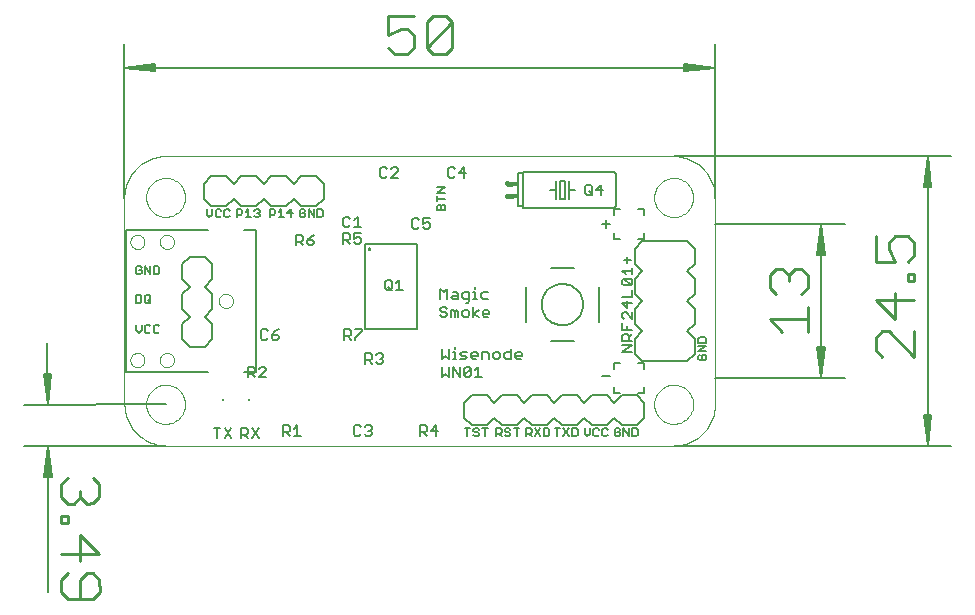
<source format=gto>
G75*
G70*
%OFA0B0*%
%FSLAX24Y24*%
%IPPOS*%
%LPD*%
%AMOC8*
5,1,8,0,0,1.08239X$1,22.5*
%
%ADD10C,0.0000*%
%ADD11C,0.0050*%
%ADD12C,0.0060*%
%ADD13C,0.0051*%
%ADD14C,0.0110*%
%ADD15C,0.0080*%
%ADD16R,0.0079X0.0079*%
%ADD17C,0.0160*%
%ADD18R,0.0230X0.0160*%
D10*
X004848Y006033D02*
X004851Y006033D01*
X021780Y006033D01*
X021784Y006033D01*
X021134Y007407D02*
X021136Y007457D01*
X021142Y007507D01*
X021152Y007557D01*
X021165Y007605D01*
X021182Y007653D01*
X021203Y007699D01*
X021227Y007743D01*
X021255Y007785D01*
X021286Y007825D01*
X021320Y007862D01*
X021357Y007897D01*
X021396Y007928D01*
X021437Y007957D01*
X021481Y007982D01*
X021527Y008004D01*
X021574Y008022D01*
X021622Y008036D01*
X021671Y008047D01*
X021721Y008054D01*
X021771Y008057D01*
X021822Y008056D01*
X021872Y008051D01*
X021922Y008042D01*
X021970Y008030D01*
X022018Y008013D01*
X022064Y007993D01*
X022109Y007970D01*
X022152Y007943D01*
X022192Y007913D01*
X022230Y007880D01*
X022265Y007844D01*
X022298Y007805D01*
X022327Y007764D01*
X022353Y007721D01*
X022376Y007676D01*
X022395Y007629D01*
X022410Y007581D01*
X022422Y007532D01*
X022430Y007482D01*
X022434Y007432D01*
X022434Y007382D01*
X022430Y007332D01*
X022422Y007282D01*
X022410Y007233D01*
X022395Y007185D01*
X022376Y007138D01*
X022353Y007093D01*
X022327Y007050D01*
X022298Y007009D01*
X022265Y006970D01*
X022230Y006934D01*
X022192Y006901D01*
X022152Y006871D01*
X022109Y006844D01*
X022064Y006821D01*
X022018Y006801D01*
X021970Y006784D01*
X021922Y006772D01*
X021872Y006763D01*
X021822Y006758D01*
X021771Y006757D01*
X021721Y006760D01*
X021671Y006767D01*
X021622Y006778D01*
X021574Y006792D01*
X021527Y006810D01*
X021481Y006832D01*
X021437Y006857D01*
X021396Y006886D01*
X021357Y006917D01*
X021320Y006952D01*
X021286Y006989D01*
X021255Y007029D01*
X021227Y007071D01*
X021203Y007115D01*
X021182Y007161D01*
X021165Y007209D01*
X021152Y007257D01*
X021142Y007307D01*
X021136Y007357D01*
X021134Y007407D01*
X021780Y006033D02*
X021852Y006035D01*
X021924Y006041D01*
X021996Y006050D01*
X022067Y006063D01*
X022137Y006080D01*
X022206Y006100D01*
X022274Y006125D01*
X022340Y006152D01*
X022406Y006183D01*
X022469Y006218D01*
X022531Y006255D01*
X022590Y006296D01*
X022647Y006340D01*
X022702Y006387D01*
X022754Y006437D01*
X022804Y006489D01*
X022851Y006544D01*
X022895Y006601D01*
X022936Y006660D01*
X022973Y006722D01*
X023008Y006785D01*
X023039Y006851D01*
X023066Y006917D01*
X023091Y006985D01*
X023111Y007054D01*
X023128Y007124D01*
X023141Y007195D01*
X023150Y007267D01*
X023156Y007339D01*
X023158Y007411D01*
X023158Y014300D01*
X023158Y014307D01*
X021130Y014300D02*
X021132Y014350D01*
X021138Y014400D01*
X021148Y014450D01*
X021161Y014498D01*
X021178Y014546D01*
X021199Y014592D01*
X021223Y014636D01*
X021251Y014678D01*
X021282Y014718D01*
X021316Y014755D01*
X021353Y014790D01*
X021392Y014821D01*
X021433Y014850D01*
X021477Y014875D01*
X021523Y014897D01*
X021570Y014915D01*
X021618Y014929D01*
X021667Y014940D01*
X021717Y014947D01*
X021767Y014950D01*
X021818Y014949D01*
X021868Y014944D01*
X021918Y014935D01*
X021966Y014923D01*
X022014Y014906D01*
X022060Y014886D01*
X022105Y014863D01*
X022148Y014836D01*
X022188Y014806D01*
X022226Y014773D01*
X022261Y014737D01*
X022294Y014698D01*
X022323Y014657D01*
X022349Y014614D01*
X022372Y014569D01*
X022391Y014522D01*
X022406Y014474D01*
X022418Y014425D01*
X022426Y014375D01*
X022430Y014325D01*
X022430Y014275D01*
X022426Y014225D01*
X022418Y014175D01*
X022406Y014126D01*
X022391Y014078D01*
X022372Y014031D01*
X022349Y013986D01*
X022323Y013943D01*
X022294Y013902D01*
X022261Y013863D01*
X022226Y013827D01*
X022188Y013794D01*
X022148Y013764D01*
X022105Y013737D01*
X022060Y013714D01*
X022014Y013694D01*
X021966Y013677D01*
X021918Y013665D01*
X021868Y013656D01*
X021818Y013651D01*
X021767Y013650D01*
X021717Y013653D01*
X021667Y013660D01*
X021618Y013671D01*
X021570Y013685D01*
X021523Y013703D01*
X021477Y013725D01*
X021433Y013750D01*
X021392Y013779D01*
X021353Y013810D01*
X021316Y013845D01*
X021282Y013882D01*
X021251Y013922D01*
X021223Y013964D01*
X021199Y014008D01*
X021178Y014054D01*
X021161Y014102D01*
X021148Y014150D01*
X021138Y014200D01*
X021132Y014250D01*
X021130Y014300D01*
X021780Y015678D02*
X021852Y015676D01*
X021924Y015670D01*
X021996Y015661D01*
X022067Y015648D01*
X022137Y015631D01*
X022206Y015611D01*
X022274Y015586D01*
X022340Y015559D01*
X022406Y015528D01*
X022469Y015493D01*
X022531Y015456D01*
X022590Y015415D01*
X022647Y015371D01*
X022702Y015324D01*
X022754Y015274D01*
X022804Y015222D01*
X022851Y015167D01*
X022895Y015110D01*
X022936Y015051D01*
X022973Y014989D01*
X023008Y014926D01*
X023039Y014860D01*
X023066Y014794D01*
X023091Y014726D01*
X023111Y014657D01*
X023128Y014587D01*
X023141Y014516D01*
X023150Y014444D01*
X023156Y014372D01*
X023158Y014300D01*
X021784Y015678D02*
X021780Y015678D01*
X004851Y015678D01*
X004198Y014304D02*
X004200Y014354D01*
X004206Y014404D01*
X004216Y014454D01*
X004229Y014502D01*
X004246Y014550D01*
X004267Y014596D01*
X004291Y014640D01*
X004319Y014682D01*
X004350Y014722D01*
X004384Y014759D01*
X004421Y014794D01*
X004460Y014825D01*
X004501Y014854D01*
X004545Y014879D01*
X004591Y014901D01*
X004638Y014919D01*
X004686Y014933D01*
X004735Y014944D01*
X004785Y014951D01*
X004835Y014954D01*
X004886Y014953D01*
X004936Y014948D01*
X004986Y014939D01*
X005034Y014927D01*
X005082Y014910D01*
X005128Y014890D01*
X005173Y014867D01*
X005216Y014840D01*
X005256Y014810D01*
X005294Y014777D01*
X005329Y014741D01*
X005362Y014702D01*
X005391Y014661D01*
X005417Y014618D01*
X005440Y014573D01*
X005459Y014526D01*
X005474Y014478D01*
X005486Y014429D01*
X005494Y014379D01*
X005498Y014329D01*
X005498Y014279D01*
X005494Y014229D01*
X005486Y014179D01*
X005474Y014130D01*
X005459Y014082D01*
X005440Y014035D01*
X005417Y013990D01*
X005391Y013947D01*
X005362Y013906D01*
X005329Y013867D01*
X005294Y013831D01*
X005256Y013798D01*
X005216Y013768D01*
X005173Y013741D01*
X005128Y013718D01*
X005082Y013698D01*
X005034Y013681D01*
X004986Y013669D01*
X004936Y013660D01*
X004886Y013655D01*
X004835Y013654D01*
X004785Y013657D01*
X004735Y013664D01*
X004686Y013675D01*
X004638Y013689D01*
X004591Y013707D01*
X004545Y013729D01*
X004501Y013754D01*
X004460Y013783D01*
X004421Y013814D01*
X004384Y013849D01*
X004350Y013886D01*
X004319Y013926D01*
X004291Y013968D01*
X004267Y014012D01*
X004246Y014058D01*
X004229Y014106D01*
X004216Y014154D01*
X004206Y014204D01*
X004200Y014254D01*
X004198Y014304D01*
X003473Y014300D02*
X003475Y014372D01*
X003481Y014444D01*
X003490Y014516D01*
X003503Y014587D01*
X003520Y014657D01*
X003540Y014726D01*
X003565Y014794D01*
X003592Y014860D01*
X003623Y014926D01*
X003658Y014989D01*
X003695Y015051D01*
X003736Y015110D01*
X003780Y015167D01*
X003827Y015222D01*
X003877Y015274D01*
X003929Y015324D01*
X003984Y015371D01*
X004041Y015415D01*
X004100Y015456D01*
X004162Y015493D01*
X004225Y015528D01*
X004291Y015559D01*
X004357Y015586D01*
X004425Y015611D01*
X004494Y015631D01*
X004564Y015648D01*
X004635Y015661D01*
X004707Y015670D01*
X004779Y015676D01*
X004851Y015678D01*
X003473Y014304D02*
X003473Y014300D01*
X003473Y007450D01*
X003473Y007407D01*
X004198Y007407D02*
X004200Y007457D01*
X004206Y007507D01*
X004216Y007557D01*
X004229Y007605D01*
X004246Y007653D01*
X004267Y007699D01*
X004291Y007743D01*
X004319Y007785D01*
X004350Y007825D01*
X004384Y007862D01*
X004421Y007897D01*
X004460Y007928D01*
X004501Y007957D01*
X004545Y007982D01*
X004591Y008004D01*
X004638Y008022D01*
X004686Y008036D01*
X004735Y008047D01*
X004785Y008054D01*
X004835Y008057D01*
X004886Y008056D01*
X004936Y008051D01*
X004986Y008042D01*
X005034Y008030D01*
X005082Y008013D01*
X005128Y007993D01*
X005173Y007970D01*
X005216Y007943D01*
X005256Y007913D01*
X005294Y007880D01*
X005329Y007844D01*
X005362Y007805D01*
X005391Y007764D01*
X005417Y007721D01*
X005440Y007676D01*
X005459Y007629D01*
X005474Y007581D01*
X005486Y007532D01*
X005494Y007482D01*
X005498Y007432D01*
X005498Y007382D01*
X005494Y007332D01*
X005486Y007282D01*
X005474Y007233D01*
X005459Y007185D01*
X005440Y007138D01*
X005417Y007093D01*
X005391Y007050D01*
X005362Y007009D01*
X005329Y006970D01*
X005294Y006934D01*
X005256Y006901D01*
X005216Y006871D01*
X005173Y006844D01*
X005128Y006821D01*
X005082Y006801D01*
X005034Y006784D01*
X004986Y006772D01*
X004936Y006763D01*
X004886Y006758D01*
X004835Y006757D01*
X004785Y006760D01*
X004735Y006767D01*
X004686Y006778D01*
X004638Y006792D01*
X004591Y006810D01*
X004545Y006832D01*
X004501Y006857D01*
X004460Y006886D01*
X004421Y006917D01*
X004384Y006952D01*
X004350Y006989D01*
X004319Y007029D01*
X004291Y007071D01*
X004267Y007115D01*
X004246Y007161D01*
X004229Y007209D01*
X004216Y007257D01*
X004206Y007307D01*
X004200Y007357D01*
X004198Y007407D01*
X003473Y007450D02*
X003474Y007377D01*
X003479Y007303D01*
X003487Y007231D01*
X003500Y007159D01*
X003516Y007087D01*
X003535Y007017D01*
X003559Y006947D01*
X003586Y006879D01*
X003617Y006813D01*
X003651Y006748D01*
X003688Y006685D01*
X003729Y006624D01*
X003772Y006566D01*
X003819Y006509D01*
X003869Y006455D01*
X003921Y006404D01*
X003976Y006356D01*
X004033Y006311D01*
X004093Y006268D01*
X004155Y006229D01*
X004219Y006193D01*
X004284Y006161D01*
X004352Y006132D01*
X004420Y006107D01*
X004490Y006085D01*
X004561Y006067D01*
X004633Y006052D01*
X004705Y006042D01*
X004778Y006035D01*
X004851Y006032D01*
X004655Y008883D02*
X004657Y008913D01*
X004663Y008943D01*
X004672Y008972D01*
X004685Y008999D01*
X004702Y009024D01*
X004721Y009047D01*
X004744Y009068D01*
X004769Y009085D01*
X004795Y009099D01*
X004824Y009109D01*
X004853Y009116D01*
X004883Y009119D01*
X004914Y009118D01*
X004944Y009113D01*
X004973Y009104D01*
X005000Y009092D01*
X005026Y009077D01*
X005050Y009058D01*
X005071Y009036D01*
X005089Y009012D01*
X005104Y008985D01*
X005115Y008957D01*
X005123Y008928D01*
X005127Y008898D01*
X005127Y008868D01*
X005123Y008838D01*
X005115Y008809D01*
X005104Y008781D01*
X005089Y008754D01*
X005071Y008730D01*
X005050Y008708D01*
X005026Y008689D01*
X005000Y008674D01*
X004973Y008662D01*
X004944Y008653D01*
X004914Y008648D01*
X004883Y008647D01*
X004853Y008650D01*
X004824Y008657D01*
X004795Y008667D01*
X004769Y008681D01*
X004744Y008698D01*
X004721Y008719D01*
X004702Y008742D01*
X004685Y008767D01*
X004672Y008794D01*
X004663Y008823D01*
X004657Y008853D01*
X004655Y008883D01*
X003670Y008883D02*
X003672Y008913D01*
X003678Y008943D01*
X003687Y008972D01*
X003700Y008999D01*
X003717Y009024D01*
X003736Y009047D01*
X003759Y009068D01*
X003784Y009085D01*
X003810Y009099D01*
X003839Y009109D01*
X003868Y009116D01*
X003898Y009119D01*
X003929Y009118D01*
X003959Y009113D01*
X003988Y009104D01*
X004015Y009092D01*
X004041Y009077D01*
X004065Y009058D01*
X004086Y009036D01*
X004104Y009012D01*
X004119Y008985D01*
X004130Y008957D01*
X004138Y008928D01*
X004142Y008898D01*
X004142Y008868D01*
X004138Y008838D01*
X004130Y008809D01*
X004119Y008781D01*
X004104Y008754D01*
X004086Y008730D01*
X004065Y008708D01*
X004041Y008689D01*
X004015Y008674D01*
X003988Y008662D01*
X003959Y008653D01*
X003929Y008648D01*
X003898Y008647D01*
X003868Y008650D01*
X003839Y008657D01*
X003810Y008667D01*
X003784Y008681D01*
X003759Y008698D01*
X003736Y008719D01*
X003717Y008742D01*
X003700Y008767D01*
X003687Y008794D01*
X003678Y008823D01*
X003672Y008853D01*
X003670Y008883D01*
X006623Y010852D02*
X006625Y010882D01*
X006631Y010912D01*
X006640Y010941D01*
X006653Y010968D01*
X006670Y010993D01*
X006689Y011016D01*
X006712Y011037D01*
X006737Y011054D01*
X006763Y011068D01*
X006792Y011078D01*
X006821Y011085D01*
X006851Y011088D01*
X006882Y011087D01*
X006912Y011082D01*
X006941Y011073D01*
X006968Y011061D01*
X006994Y011046D01*
X007018Y011027D01*
X007039Y011005D01*
X007057Y010981D01*
X007072Y010954D01*
X007083Y010926D01*
X007091Y010897D01*
X007095Y010867D01*
X007095Y010837D01*
X007091Y010807D01*
X007083Y010778D01*
X007072Y010750D01*
X007057Y010723D01*
X007039Y010699D01*
X007018Y010677D01*
X006994Y010658D01*
X006968Y010643D01*
X006941Y010631D01*
X006912Y010622D01*
X006882Y010617D01*
X006851Y010616D01*
X006821Y010619D01*
X006792Y010626D01*
X006763Y010636D01*
X006737Y010650D01*
X006712Y010667D01*
X006689Y010688D01*
X006670Y010711D01*
X006653Y010736D01*
X006640Y010763D01*
X006631Y010792D01*
X006625Y010822D01*
X006623Y010852D01*
X004655Y012820D02*
X004657Y012850D01*
X004663Y012880D01*
X004672Y012909D01*
X004685Y012936D01*
X004702Y012961D01*
X004721Y012984D01*
X004744Y013005D01*
X004769Y013022D01*
X004795Y013036D01*
X004824Y013046D01*
X004853Y013053D01*
X004883Y013056D01*
X004914Y013055D01*
X004944Y013050D01*
X004973Y013041D01*
X005000Y013029D01*
X005026Y013014D01*
X005050Y012995D01*
X005071Y012973D01*
X005089Y012949D01*
X005104Y012922D01*
X005115Y012894D01*
X005123Y012865D01*
X005127Y012835D01*
X005127Y012805D01*
X005123Y012775D01*
X005115Y012746D01*
X005104Y012718D01*
X005089Y012691D01*
X005071Y012667D01*
X005050Y012645D01*
X005026Y012626D01*
X005000Y012611D01*
X004973Y012599D01*
X004944Y012590D01*
X004914Y012585D01*
X004883Y012584D01*
X004853Y012587D01*
X004824Y012594D01*
X004795Y012604D01*
X004769Y012618D01*
X004744Y012635D01*
X004721Y012656D01*
X004702Y012679D01*
X004685Y012704D01*
X004672Y012731D01*
X004663Y012760D01*
X004657Y012790D01*
X004655Y012820D01*
X003670Y012820D02*
X003672Y012850D01*
X003678Y012880D01*
X003687Y012909D01*
X003700Y012936D01*
X003717Y012961D01*
X003736Y012984D01*
X003759Y013005D01*
X003784Y013022D01*
X003810Y013036D01*
X003839Y013046D01*
X003868Y013053D01*
X003898Y013056D01*
X003929Y013055D01*
X003959Y013050D01*
X003988Y013041D01*
X004015Y013029D01*
X004041Y013014D01*
X004065Y012995D01*
X004086Y012973D01*
X004104Y012949D01*
X004119Y012922D01*
X004130Y012894D01*
X004138Y012865D01*
X004142Y012835D01*
X004142Y012805D01*
X004138Y012775D01*
X004130Y012746D01*
X004119Y012718D01*
X004104Y012691D01*
X004086Y012667D01*
X004065Y012645D01*
X004041Y012626D01*
X004015Y012611D01*
X003988Y012599D01*
X003959Y012590D01*
X003929Y012585D01*
X003898Y012584D01*
X003868Y012587D01*
X003839Y012594D01*
X003810Y012604D01*
X003784Y012618D01*
X003759Y012635D01*
X003736Y012656D01*
X003717Y012679D01*
X003700Y012704D01*
X003687Y012731D01*
X003678Y012760D01*
X003672Y012790D01*
X003670Y012820D01*
D11*
X003909Y012008D02*
X003864Y011963D01*
X003864Y011783D01*
X003909Y011738D01*
X004000Y011738D01*
X004045Y011783D01*
X004045Y011873D01*
X003954Y011873D01*
X004045Y011963D02*
X004000Y012008D01*
X003909Y012008D01*
X004159Y012008D02*
X004339Y011738D01*
X004339Y012008D01*
X004454Y012008D02*
X004589Y012008D01*
X004634Y011963D01*
X004634Y011783D01*
X004589Y011738D01*
X004454Y011738D01*
X004454Y012008D01*
X004159Y012008D02*
X004159Y011738D01*
X004199Y011058D02*
X004289Y011058D01*
X004334Y011013D01*
X004334Y010833D01*
X004289Y010788D01*
X004199Y010788D01*
X004154Y010833D01*
X004154Y011013D01*
X004199Y011058D01*
X004039Y011013D02*
X004039Y010833D01*
X003994Y010788D01*
X003859Y010788D01*
X003859Y011058D01*
X003994Y011058D01*
X004039Y011013D01*
X004244Y010878D02*
X004334Y010788D01*
X004294Y010058D02*
X004204Y010058D01*
X004159Y010013D01*
X004159Y009833D01*
X004204Y009788D01*
X004294Y009788D01*
X004339Y009833D01*
X004454Y009833D02*
X004454Y010013D01*
X004499Y010058D01*
X004589Y010058D01*
X004634Y010013D01*
X004634Y009833D02*
X004589Y009788D01*
X004499Y009788D01*
X004454Y009833D01*
X004339Y010013D02*
X004294Y010058D01*
X004045Y010058D02*
X004045Y009878D01*
X003954Y009788D01*
X003864Y009878D01*
X003864Y010058D01*
X006308Y013638D02*
X006218Y013728D01*
X006218Y013908D01*
X006398Y013908D02*
X006398Y013728D01*
X006308Y013638D01*
X006512Y013683D02*
X006557Y013638D01*
X006647Y013638D01*
X006692Y013683D01*
X006807Y013683D02*
X006852Y013638D01*
X006942Y013638D01*
X006987Y013683D01*
X006987Y013863D02*
X006942Y013908D01*
X006852Y013908D01*
X006807Y013863D01*
X006807Y013683D01*
X006692Y013863D02*
X006647Y013908D01*
X006557Y013908D01*
X006512Y013863D01*
X006512Y013683D01*
X007218Y013728D02*
X007353Y013728D01*
X007398Y013773D01*
X007398Y013863D01*
X007353Y013908D01*
X007218Y013908D01*
X007218Y013638D01*
X007512Y013638D02*
X007692Y013638D01*
X007602Y013638D02*
X007602Y013908D01*
X007512Y013818D01*
X007807Y013863D02*
X007852Y013908D01*
X007942Y013908D01*
X007987Y013863D01*
X007987Y013818D01*
X007942Y013773D01*
X007987Y013728D01*
X007987Y013683D01*
X007942Y013638D01*
X007852Y013638D01*
X007807Y013683D01*
X007897Y013773D02*
X007942Y013773D01*
X008318Y013728D02*
X008453Y013728D01*
X008498Y013773D01*
X008498Y013863D01*
X008453Y013908D01*
X008318Y013908D01*
X008318Y013638D01*
X008612Y013638D02*
X008792Y013638D01*
X008702Y013638D02*
X008702Y013908D01*
X008612Y013818D01*
X008907Y013773D02*
X009087Y013773D01*
X009042Y013638D02*
X009042Y013908D01*
X008907Y013773D01*
X009318Y013863D02*
X009318Y013683D01*
X009363Y013638D01*
X009453Y013638D01*
X009498Y013683D01*
X009498Y013773D01*
X009408Y013773D01*
X009498Y013863D02*
X009453Y013908D01*
X009363Y013908D01*
X009318Y013863D01*
X009612Y013908D02*
X009612Y013638D01*
X009792Y013638D02*
X009612Y013908D01*
X009792Y013908D02*
X009792Y013638D01*
X009907Y013638D02*
X010042Y013638D01*
X010087Y013683D01*
X010087Y013863D01*
X010042Y013908D01*
X009907Y013908D01*
X009907Y013638D01*
X011507Y012740D02*
X011507Y009925D01*
X013240Y009925D01*
X013240Y012740D01*
X011507Y012740D01*
X011625Y012583D02*
X011627Y012591D01*
X011632Y012598D01*
X011639Y012602D01*
X011647Y012603D01*
X011655Y012600D01*
X011661Y012595D01*
X011665Y012587D01*
X011665Y012579D01*
X011661Y012571D01*
X011655Y012566D01*
X011647Y012563D01*
X011639Y012564D01*
X011632Y012568D01*
X011627Y012575D01*
X011625Y012583D01*
X013898Y013874D02*
X013898Y014009D01*
X013943Y014054D01*
X013988Y014054D01*
X014033Y014009D01*
X014033Y013874D01*
X014033Y014009D02*
X014078Y014054D01*
X014123Y014054D01*
X014168Y014009D01*
X014168Y013874D01*
X013898Y013874D01*
X013898Y014168D02*
X013898Y014348D01*
X013898Y014258D02*
X014168Y014258D01*
X014168Y014463D02*
X013898Y014463D01*
X014168Y014643D01*
X013898Y014643D01*
X022598Y009598D02*
X022598Y009463D01*
X022868Y009463D01*
X022868Y009598D01*
X022823Y009643D01*
X022643Y009643D01*
X022598Y009598D01*
X022598Y009348D02*
X022868Y009348D01*
X022598Y009168D01*
X022868Y009168D01*
X022823Y009054D02*
X022733Y009054D01*
X022733Y008964D01*
X022643Y009054D02*
X022598Y009009D01*
X022598Y008919D01*
X022643Y008874D01*
X022823Y008874D01*
X022868Y008919D01*
X022868Y009009D01*
X022823Y009054D01*
X020539Y006608D02*
X020404Y006608D01*
X020404Y006338D01*
X020539Y006338D01*
X020584Y006383D01*
X020584Y006563D01*
X020539Y006608D01*
X020289Y006608D02*
X020289Y006338D01*
X020109Y006608D01*
X020109Y006338D01*
X019995Y006383D02*
X019995Y006473D01*
X019904Y006473D01*
X019814Y006563D02*
X019814Y006383D01*
X019859Y006338D01*
X019950Y006338D01*
X019995Y006383D01*
X019995Y006563D02*
X019950Y006608D01*
X019859Y006608D01*
X019814Y006563D01*
X019584Y006563D02*
X019539Y006608D01*
X019449Y006608D01*
X019404Y006563D01*
X019404Y006383D01*
X019449Y006338D01*
X019539Y006338D01*
X019584Y006383D01*
X019289Y006383D02*
X019244Y006338D01*
X019154Y006338D01*
X019109Y006383D01*
X019109Y006563D01*
X019154Y006608D01*
X019244Y006608D01*
X019289Y006563D01*
X018995Y006608D02*
X018995Y006428D01*
X018904Y006338D01*
X018814Y006428D01*
X018814Y006608D01*
X018584Y006563D02*
X018584Y006383D01*
X018539Y006338D01*
X018404Y006338D01*
X018404Y006608D01*
X018539Y006608D01*
X018584Y006563D01*
X018289Y006608D02*
X018109Y006338D01*
X018289Y006338D02*
X018109Y006608D01*
X017995Y006608D02*
X017814Y006608D01*
X017904Y006608D02*
X017904Y006338D01*
X017634Y006383D02*
X017634Y006563D01*
X017589Y006608D01*
X017454Y006608D01*
X017454Y006338D01*
X017589Y006338D01*
X017634Y006383D01*
X017339Y006338D02*
X017159Y006608D01*
X017045Y006563D02*
X017045Y006473D01*
X017000Y006428D01*
X016864Y006428D01*
X016864Y006338D02*
X016864Y006608D01*
X017000Y006608D01*
X017045Y006563D01*
X016954Y006428D02*
X017045Y006338D01*
X017159Y006338D02*
X017339Y006608D01*
X016634Y006608D02*
X016454Y006608D01*
X016544Y006608D02*
X016544Y006338D01*
X016339Y006383D02*
X016294Y006338D01*
X016204Y006338D01*
X016159Y006383D01*
X016204Y006473D02*
X016159Y006518D01*
X016159Y006563D01*
X016204Y006608D01*
X016294Y006608D01*
X016339Y006563D01*
X016294Y006473D02*
X016339Y006428D01*
X016339Y006383D01*
X016294Y006473D02*
X016204Y006473D01*
X016045Y006473D02*
X016045Y006563D01*
X016000Y006608D01*
X015864Y006608D01*
X015864Y006338D01*
X015864Y006428D02*
X016000Y006428D01*
X016045Y006473D01*
X015954Y006428D02*
X016045Y006338D01*
X015584Y006608D02*
X015404Y006608D01*
X015494Y006608D02*
X015494Y006338D01*
X015289Y006383D02*
X015244Y006338D01*
X015154Y006338D01*
X015109Y006383D01*
X015154Y006473D02*
X015244Y006473D01*
X015289Y006428D01*
X015289Y006383D01*
X015154Y006473D02*
X015109Y006518D01*
X015109Y006563D01*
X015154Y006608D01*
X015244Y006608D01*
X015289Y006563D01*
X014995Y006608D02*
X014814Y006608D01*
X014904Y006608D02*
X014904Y006338D01*
D12*
X013912Y006533D02*
X013685Y006533D01*
X013855Y006703D01*
X013855Y006363D01*
X013544Y006363D02*
X013430Y006476D01*
X013487Y006476D02*
X013317Y006476D01*
X013317Y006363D02*
X013317Y006703D01*
X013487Y006703D01*
X013544Y006646D01*
X013544Y006533D01*
X013487Y006476D01*
X011712Y006476D02*
X011712Y006419D01*
X011655Y006363D01*
X011542Y006363D01*
X011485Y006419D01*
X011344Y006419D02*
X011287Y006363D01*
X011173Y006363D01*
X011117Y006419D01*
X011117Y006646D01*
X011173Y006703D01*
X011287Y006703D01*
X011344Y006646D01*
X011485Y006646D02*
X011542Y006703D01*
X011655Y006703D01*
X011712Y006646D01*
X011712Y006590D01*
X011655Y006533D01*
X011712Y006476D01*
X011655Y006533D02*
X011598Y006533D01*
X009355Y006362D02*
X009128Y006362D01*
X009242Y006362D02*
X009242Y006703D01*
X009128Y006589D01*
X008987Y006532D02*
X008930Y006476D01*
X008760Y006476D01*
X008873Y006476D02*
X008987Y006362D01*
X008987Y006532D02*
X008987Y006646D01*
X008930Y006703D01*
X008760Y006703D01*
X008760Y006362D01*
X007956Y006272D02*
X007730Y006612D01*
X007588Y006556D02*
X007588Y006442D01*
X007531Y006386D01*
X007361Y006386D01*
X007475Y006386D02*
X007588Y006272D01*
X007730Y006272D02*
X007956Y006612D01*
X007588Y006556D02*
X007531Y006612D01*
X007361Y006612D01*
X007361Y006272D01*
X007038Y006272D02*
X006811Y006612D01*
X006670Y006612D02*
X006443Y006612D01*
X006557Y006612D02*
X006557Y006272D01*
X006811Y006272D02*
X007038Y006612D01*
X007601Y008310D02*
X007601Y008650D01*
X007771Y008650D01*
X007828Y008593D01*
X007828Y008480D01*
X007771Y008423D01*
X007601Y008423D01*
X007714Y008423D02*
X007828Y008310D01*
X007969Y008310D02*
X008196Y008537D01*
X008196Y008593D01*
X008139Y008650D01*
X008026Y008650D01*
X007969Y008593D01*
X007969Y008310D02*
X008196Y008310D01*
X008187Y009563D02*
X008073Y009563D01*
X008017Y009619D01*
X008017Y009846D01*
X008073Y009903D01*
X008187Y009903D01*
X008244Y009846D01*
X008385Y009733D02*
X008555Y009733D01*
X008612Y009676D01*
X008612Y009619D01*
X008555Y009563D01*
X008442Y009563D01*
X008385Y009619D01*
X008385Y009733D01*
X008498Y009846D01*
X008612Y009903D01*
X008244Y009619D02*
X008187Y009563D01*
X010803Y009563D02*
X010803Y009903D01*
X010974Y009903D01*
X011030Y009846D01*
X011030Y009733D01*
X010974Y009676D01*
X010803Y009676D01*
X010917Y009676D02*
X011030Y009563D01*
X011172Y009563D02*
X011172Y009619D01*
X011399Y009846D01*
X011399Y009903D01*
X011172Y009903D01*
X011503Y009103D02*
X011674Y009103D01*
X011730Y009046D01*
X011730Y008933D01*
X011674Y008876D01*
X011503Y008876D01*
X011503Y008763D02*
X011503Y009103D01*
X011617Y008876D02*
X011730Y008763D01*
X011872Y008819D02*
X011928Y008763D01*
X012042Y008763D01*
X012099Y008819D01*
X012099Y008876D01*
X012042Y008933D01*
X011985Y008933D01*
X012042Y008933D02*
X012099Y008990D01*
X012099Y009046D01*
X012042Y009103D01*
X011928Y009103D01*
X011872Y009046D01*
X014003Y010369D02*
X014060Y010313D01*
X014174Y010313D01*
X014230Y010369D01*
X014230Y010426D01*
X014174Y010483D01*
X014060Y010483D01*
X014003Y010540D01*
X014003Y010596D01*
X014060Y010653D01*
X014174Y010653D01*
X014230Y010596D01*
X014372Y010540D02*
X014372Y010313D01*
X014485Y010313D02*
X014485Y010483D01*
X014542Y010540D01*
X014599Y010483D01*
X014599Y010313D01*
X014740Y010369D02*
X014740Y010483D01*
X014797Y010540D01*
X014910Y010540D01*
X014967Y010483D01*
X014967Y010369D01*
X014910Y010313D01*
X014797Y010313D01*
X014740Y010369D01*
X014485Y010483D02*
X014428Y010540D01*
X014372Y010540D01*
X014853Y010799D02*
X014910Y010799D01*
X014967Y010856D01*
X014967Y011140D01*
X014797Y011140D01*
X014740Y011083D01*
X014740Y010969D01*
X014797Y010913D01*
X014967Y010913D01*
X015108Y010913D02*
X015222Y010913D01*
X015165Y010913D02*
X015165Y011140D01*
X015108Y011140D01*
X015165Y011253D02*
X015165Y011310D01*
X015354Y011083D02*
X015354Y010969D01*
X015411Y010913D01*
X015581Y010913D01*
X015581Y011140D02*
X015411Y011140D01*
X015354Y011083D01*
X015108Y010653D02*
X015108Y010313D01*
X015108Y010426D02*
X015278Y010540D01*
X015415Y010483D02*
X015472Y010540D01*
X015585Y010540D01*
X015642Y010483D01*
X015642Y010426D01*
X015415Y010426D01*
X015415Y010369D02*
X015415Y010483D01*
X015415Y010369D02*
X015472Y010313D01*
X015585Y010313D01*
X015278Y010313D02*
X015108Y010426D01*
X014599Y010913D02*
X014428Y010913D01*
X014372Y010969D01*
X014428Y011026D01*
X014599Y011026D01*
X014599Y011083D02*
X014599Y010913D01*
X014599Y011083D02*
X014542Y011140D01*
X014428Y011140D01*
X014230Y011253D02*
X014230Y010913D01*
X014003Y010913D02*
X014003Y011253D01*
X014117Y011140D01*
X014230Y011253D01*
X012754Y011214D02*
X012528Y011214D01*
X012641Y011214D02*
X012641Y011554D01*
X012528Y011441D01*
X012386Y011498D02*
X012386Y011271D01*
X012329Y011214D01*
X012216Y011214D01*
X012159Y011271D01*
X012159Y011498D01*
X012216Y011554D01*
X012329Y011554D01*
X012386Y011498D01*
X012273Y011328D02*
X012386Y011214D01*
X011292Y012763D02*
X011178Y012763D01*
X011122Y012819D01*
X011122Y012933D02*
X011235Y012990D01*
X011292Y012990D01*
X011349Y012933D01*
X011349Y012819D01*
X011292Y012763D01*
X011122Y012933D02*
X011122Y013103D01*
X011349Y013103D01*
X011362Y013313D02*
X011135Y013313D01*
X011248Y013313D02*
X011248Y013653D01*
X011135Y013540D01*
X010994Y013596D02*
X010937Y013653D01*
X010823Y013653D01*
X010767Y013596D01*
X010767Y013369D01*
X010823Y013313D01*
X010937Y013313D01*
X010994Y013369D01*
X010924Y013103D02*
X010753Y013103D01*
X010753Y012763D01*
X010753Y012876D02*
X010924Y012876D01*
X010980Y012933D01*
X010980Y013046D01*
X010924Y013103D01*
X010867Y012876D02*
X010980Y012763D01*
X009799Y012769D02*
X009799Y012826D01*
X009742Y012883D01*
X009572Y012883D01*
X009572Y012769D01*
X009628Y012713D01*
X009742Y012713D01*
X009799Y012769D01*
X009685Y012996D02*
X009572Y012883D01*
X009430Y012883D02*
X009374Y012826D01*
X009203Y012826D01*
X009203Y012713D02*
X009203Y013053D01*
X009374Y013053D01*
X009430Y012996D01*
X009430Y012883D01*
X009317Y012826D02*
X009430Y012713D01*
X009685Y012996D02*
X009799Y013053D01*
X012003Y015019D02*
X012060Y014963D01*
X012174Y014963D01*
X012230Y015019D01*
X012372Y014963D02*
X012599Y015190D01*
X012599Y015246D01*
X012542Y015303D01*
X012428Y015303D01*
X012372Y015246D01*
X012230Y015246D02*
X012174Y015303D01*
X012060Y015303D01*
X012003Y015246D01*
X012003Y015019D01*
X012372Y014963D02*
X012599Y014963D01*
X014253Y015019D02*
X014310Y014963D01*
X014424Y014963D01*
X014480Y015019D01*
X014622Y015133D02*
X014849Y015133D01*
X014792Y014963D02*
X014792Y015303D01*
X014622Y015133D01*
X014480Y015246D02*
X014424Y015303D01*
X014310Y015303D01*
X014253Y015246D01*
X014253Y015019D01*
X013662Y013603D02*
X013435Y013603D01*
X013435Y013433D01*
X013548Y013490D01*
X013605Y013490D01*
X013662Y013433D01*
X013662Y013319D01*
X013605Y013263D01*
X013492Y013263D01*
X013435Y013319D01*
X013294Y013319D02*
X013237Y013263D01*
X013123Y013263D01*
X013067Y013319D01*
X013067Y013546D01*
X013123Y013603D01*
X013237Y013603D01*
X013294Y013546D01*
X016602Y014011D02*
X016752Y014011D01*
X016752Y015111D01*
X016752Y015161D01*
X019752Y015161D01*
X019769Y015159D01*
X019786Y015155D01*
X019802Y015148D01*
X019816Y015138D01*
X019829Y015125D01*
X019839Y015111D01*
X019846Y015095D01*
X019850Y015078D01*
X019852Y015061D01*
X019852Y014061D01*
X019850Y014044D01*
X019846Y014027D01*
X019839Y014011D01*
X019829Y013997D01*
X019816Y013984D01*
X019802Y013974D01*
X019786Y013967D01*
X019769Y013963D01*
X019752Y013961D01*
X016752Y013961D01*
X016752Y014011D01*
X016602Y014011D02*
X016602Y015111D01*
X016752Y015111D01*
X017652Y014561D02*
X017852Y014561D01*
X017852Y014261D01*
X018002Y014261D02*
X018152Y014261D01*
X018152Y014861D01*
X018002Y014861D01*
X018002Y014261D01*
X018302Y014261D02*
X018302Y014561D01*
X018502Y014561D01*
X018302Y014561D02*
X018302Y014861D01*
X017852Y014861D02*
X017852Y014561D01*
X018832Y014448D02*
X018888Y014391D01*
X019002Y014391D01*
X019059Y014448D01*
X019059Y014675D01*
X019002Y014732D01*
X018888Y014732D01*
X018832Y014675D01*
X018832Y014448D01*
X018945Y014505D02*
X019059Y014391D01*
X019200Y014562D02*
X019427Y014562D01*
X019370Y014732D02*
X019370Y014391D01*
X019200Y014562D02*
X019370Y014732D01*
X019804Y013915D02*
X019804Y013715D01*
X019804Y013915D02*
X020004Y013915D01*
X020604Y013915D02*
X020804Y013915D01*
X020804Y013715D01*
X020804Y013115D02*
X020804Y012915D01*
X020604Y012915D01*
X020731Y012849D02*
X022231Y012849D01*
X022481Y012599D01*
X022481Y012099D01*
X022231Y011849D01*
X022481Y011599D01*
X022481Y011099D01*
X022231Y010849D01*
X022481Y010599D01*
X022481Y010099D01*
X022231Y009849D01*
X022481Y009599D01*
X022481Y009099D01*
X022231Y008849D01*
X020731Y008849D01*
X020481Y009099D01*
X020481Y009599D01*
X020731Y009849D01*
X020481Y010099D01*
X020481Y010599D01*
X020731Y010849D01*
X020481Y011099D01*
X020481Y011599D01*
X020731Y011849D01*
X020481Y012099D01*
X020481Y012599D01*
X020731Y012849D01*
X020004Y012915D02*
X019804Y012915D01*
X019804Y013115D01*
X020233Y012331D02*
X020233Y012104D01*
X020120Y012218D02*
X020347Y012218D01*
X020403Y011963D02*
X020403Y011736D01*
X020403Y011849D02*
X020063Y011849D01*
X020177Y011736D01*
X020120Y011595D02*
X020347Y011368D01*
X020403Y011424D01*
X020403Y011538D01*
X020347Y011595D01*
X020120Y011595D01*
X020063Y011538D01*
X020063Y011424D01*
X020120Y011368D01*
X020347Y011368D01*
X020403Y011226D02*
X020403Y010999D01*
X020063Y010999D01*
X020063Y010801D02*
X020233Y010631D01*
X020233Y010858D01*
X020403Y010801D02*
X020063Y010801D01*
X020120Y010490D02*
X020063Y010433D01*
X020063Y010319D01*
X020120Y010263D01*
X020063Y010121D02*
X020063Y009894D01*
X020403Y009894D01*
X020403Y009753D02*
X020290Y009640D01*
X020290Y009696D02*
X020290Y009526D01*
X020403Y009526D02*
X020063Y009526D01*
X020063Y009696D01*
X020120Y009753D01*
X020233Y009753D01*
X020290Y009696D01*
X020233Y009894D02*
X020233Y010008D01*
X020403Y010263D02*
X020177Y010490D01*
X020120Y010490D01*
X020403Y010490D02*
X020403Y010263D01*
X020403Y009385D02*
X020063Y009385D01*
X020063Y009158D02*
X020403Y009385D01*
X020403Y009158D02*
X020063Y009158D01*
X020004Y008796D02*
X019804Y008796D01*
X019804Y008596D01*
X019804Y007996D02*
X019804Y007796D01*
X020004Y007796D01*
X020604Y007796D02*
X020804Y007796D01*
X020804Y007996D01*
X020804Y008596D02*
X020804Y008796D01*
X020604Y008796D01*
X016736Y009026D02*
X016509Y009026D01*
X016509Y008969D02*
X016509Y009083D01*
X016566Y009140D01*
X016679Y009140D01*
X016736Y009083D01*
X016736Y009026D01*
X016679Y008913D02*
X016566Y008913D01*
X016509Y008969D01*
X016367Y008913D02*
X016197Y008913D01*
X016140Y008969D01*
X016140Y009083D01*
X016197Y009140D01*
X016367Y009140D01*
X016367Y009253D02*
X016367Y008913D01*
X015999Y008969D02*
X015999Y009083D01*
X015942Y009140D01*
X015829Y009140D01*
X015772Y009083D01*
X015772Y008969D01*
X015829Y008913D01*
X015942Y008913D01*
X015999Y008969D01*
X015631Y008913D02*
X015631Y009083D01*
X015574Y009140D01*
X015404Y009140D01*
X015404Y008913D01*
X015262Y009026D02*
X015036Y009026D01*
X015036Y008969D02*
X015036Y009083D01*
X015092Y009140D01*
X015206Y009140D01*
X015262Y009083D01*
X015262Y009026D01*
X015206Y008913D02*
X015092Y008913D01*
X015036Y008969D01*
X014894Y008969D02*
X014837Y009026D01*
X014724Y009026D01*
X014667Y009083D01*
X014724Y009140D01*
X014894Y009140D01*
X014894Y008969D02*
X014837Y008913D01*
X014667Y008913D01*
X014535Y008913D02*
X014422Y008913D01*
X014478Y008913D02*
X014478Y009140D01*
X014422Y009140D01*
X014478Y009253D02*
X014478Y009310D01*
X014280Y009253D02*
X014280Y008913D01*
X014167Y009026D01*
X014053Y008913D01*
X014053Y009253D01*
X014053Y008653D02*
X014053Y008313D01*
X014167Y008426D01*
X014280Y008313D01*
X014280Y008653D01*
X014422Y008653D02*
X014649Y008313D01*
X014649Y008653D01*
X014790Y008596D02*
X014847Y008653D01*
X014960Y008653D01*
X015017Y008596D01*
X014790Y008369D01*
X014847Y008313D01*
X014960Y008313D01*
X015017Y008369D01*
X015017Y008596D01*
X015158Y008540D02*
X015272Y008653D01*
X015272Y008313D01*
X015385Y008313D02*
X015158Y008313D01*
X014790Y008369D02*
X014790Y008596D01*
X014422Y008653D02*
X014422Y008313D01*
D13*
X000916Y006024D02*
X000927Y001163D01*
X000867Y005000D02*
X000916Y006024D01*
X000816Y005000D01*
X000793Y005000D02*
X000916Y006024D01*
X001021Y005000D01*
X001044Y005000D02*
X000793Y005000D01*
X000970Y005000D02*
X000916Y006024D01*
X001044Y005000D01*
X000129Y006022D02*
X004851Y006033D01*
X004848Y007407D02*
X000126Y007397D01*
X000913Y007398D02*
X000808Y008422D01*
X000785Y008422D02*
X000913Y007398D01*
X001013Y008422D01*
X001036Y008422D02*
X000785Y008422D01*
X000859Y008422D02*
X000913Y007398D01*
X000962Y008422D01*
X001036Y008422D02*
X000913Y007398D01*
X000908Y009446D01*
X003473Y014300D02*
X003473Y019418D01*
X003473Y018631D02*
X004497Y018733D01*
X004497Y018757D02*
X004497Y018505D01*
X003473Y018631D01*
X004497Y018529D01*
X004497Y018580D02*
X003473Y018631D01*
X004497Y018682D01*
X004497Y018757D02*
X003473Y018631D01*
X023158Y018631D01*
X022135Y018529D01*
X022135Y018505D02*
X023158Y018631D01*
X022135Y018733D01*
X022135Y018757D02*
X022135Y018505D01*
X022135Y018580D02*
X023158Y018631D01*
X022135Y018682D01*
X022135Y018757D02*
X023158Y018631D01*
X023158Y019418D02*
X023158Y014300D01*
X023158Y013415D02*
X027489Y013415D01*
X026702Y013415D02*
X026804Y012391D01*
X026827Y012391D02*
X026702Y013415D01*
X026599Y012391D01*
X026576Y012391D02*
X026827Y012391D01*
X026753Y012391D02*
X026702Y013415D01*
X026651Y012391D01*
X026576Y012391D02*
X026702Y013415D01*
X026702Y008296D01*
X026804Y009320D01*
X026827Y009320D02*
X026702Y008296D01*
X026599Y009320D01*
X026576Y009320D02*
X026827Y009320D01*
X026753Y009320D02*
X026702Y008296D01*
X026651Y009320D01*
X026576Y009320D02*
X026702Y008296D01*
X027489Y008296D02*
X023158Y008296D01*
X021780Y006033D02*
X031032Y006033D01*
X030245Y006033D02*
X030347Y007056D01*
X030371Y007056D02*
X030245Y006033D01*
X030143Y007056D01*
X030119Y007056D02*
X030371Y007056D01*
X030296Y007056D02*
X030245Y006033D01*
X030194Y007056D01*
X030119Y007056D02*
X030245Y006033D01*
X030245Y015678D01*
X030347Y014655D01*
X030371Y014655D02*
X030245Y015678D01*
X030143Y014655D01*
X030119Y014655D02*
X030371Y014655D01*
X030296Y014655D02*
X030245Y015678D01*
X030194Y014655D01*
X030119Y014655D02*
X030245Y015678D01*
X031032Y015678D02*
X021780Y015678D01*
D14*
X025195Y011929D02*
X025407Y011929D01*
X025618Y011717D01*
X025830Y011929D01*
X026042Y011929D01*
X026253Y011717D01*
X026253Y011294D01*
X026042Y011083D01*
X026253Y010660D02*
X026253Y009814D01*
X026253Y010237D02*
X024984Y010237D01*
X025407Y009814D01*
X025195Y011083D02*
X024984Y011294D01*
X024984Y011717D01*
X025195Y011929D01*
X025618Y011717D02*
X025618Y011506D01*
X028527Y010895D02*
X029162Y010261D01*
X029162Y011107D01*
X029796Y010895D02*
X028527Y010895D01*
X029585Y011529D02*
X029585Y011741D01*
X029796Y011741D01*
X029796Y011529D01*
X029585Y011529D01*
X029585Y012164D02*
X029796Y012375D01*
X029796Y012798D01*
X029585Y013010D01*
X029162Y013010D01*
X028950Y012798D01*
X028950Y012587D01*
X029162Y012164D01*
X028527Y012164D01*
X028527Y013010D01*
X028739Y009838D02*
X028527Y009626D01*
X028527Y009203D01*
X028739Y008992D01*
X028950Y009838D02*
X029796Y008992D01*
X029796Y009838D01*
X028950Y009838D02*
X028739Y009838D01*
X014389Y019291D02*
X014178Y019080D01*
X013755Y019080D01*
X013543Y019291D01*
X014389Y020137D01*
X014389Y019291D01*
X013543Y019291D02*
X013543Y020137D01*
X013755Y020349D01*
X014178Y020349D01*
X014389Y020137D01*
X013121Y020349D02*
X012274Y020349D01*
X012274Y019714D01*
X012697Y019926D01*
X012909Y019926D01*
X013121Y019714D01*
X013121Y019291D01*
X012909Y019080D01*
X012486Y019080D01*
X012274Y019291D01*
X002425Y004948D02*
X002637Y004737D01*
X002637Y004314D01*
X002426Y004102D01*
X002215Y004101D01*
X002003Y004313D01*
X001792Y004101D01*
X001580Y004100D01*
X001368Y004311D01*
X001368Y004735D01*
X001579Y004946D01*
X002003Y004524D02*
X002003Y004313D01*
X001581Y003678D02*
X001369Y003677D01*
X001370Y003466D01*
X001581Y003466D01*
X001581Y003678D01*
X002005Y003044D02*
X002007Y002198D01*
X002219Y001775D02*
X002008Y001564D01*
X002009Y000929D01*
X001586Y000928D02*
X002432Y000930D01*
X002643Y001142D01*
X002642Y001565D01*
X002430Y001776D01*
X002219Y001775D01*
X001584Y001774D02*
X001373Y001563D01*
X001374Y001139D01*
X001586Y000928D01*
X001372Y002408D02*
X002641Y002411D01*
X002005Y003044D01*
D15*
X003513Y008489D02*
X006269Y008489D01*
X007450Y008489D02*
X007843Y008489D01*
X007843Y013214D01*
X007450Y013214D01*
X007365Y014012D02*
X007115Y014262D01*
X006865Y014012D01*
X006365Y014012D01*
X006115Y014262D01*
X006115Y014762D01*
X006365Y015012D01*
X006865Y015012D01*
X007115Y014762D01*
X007365Y015012D01*
X007865Y015012D01*
X008115Y014762D01*
X008365Y015012D01*
X008865Y015012D01*
X009115Y014762D01*
X009365Y015012D01*
X009865Y015012D01*
X010115Y014762D01*
X010115Y014262D01*
X009865Y014012D01*
X009365Y014012D01*
X009115Y014262D01*
X008865Y014012D01*
X008365Y014012D01*
X008115Y014262D01*
X007865Y014012D01*
X007365Y014012D01*
X006269Y013214D02*
X003513Y013214D01*
X003513Y008489D01*
X005393Y009573D02*
X005643Y009323D01*
X006143Y009323D01*
X006393Y009573D01*
X006393Y010073D01*
X006143Y010323D01*
X006393Y010573D01*
X006393Y011073D01*
X006143Y011323D01*
X006393Y011573D01*
X006393Y012073D01*
X006143Y012323D01*
X005643Y012323D01*
X005393Y012073D01*
X005393Y011573D01*
X005643Y011323D01*
X005393Y011073D01*
X005393Y010573D01*
X005643Y010323D01*
X005393Y010073D01*
X005393Y009573D01*
X014799Y007459D02*
X014799Y006959D01*
X015049Y006709D01*
X015549Y006709D01*
X015799Y006959D01*
X016049Y006709D01*
X016549Y006709D01*
X016799Y006959D01*
X017049Y006709D01*
X017549Y006709D01*
X017799Y006959D01*
X018049Y006709D01*
X018549Y006709D01*
X018799Y006959D01*
X019049Y006709D01*
X019549Y006709D01*
X019799Y006959D01*
X020049Y006709D01*
X020549Y006709D01*
X020799Y006959D01*
X020799Y007459D01*
X020549Y007709D01*
X020049Y007709D01*
X019799Y007459D01*
X019549Y007709D01*
X019049Y007709D01*
X018799Y007459D01*
X018549Y007709D01*
X018049Y007709D01*
X017799Y007459D01*
X017549Y007709D01*
X017049Y007709D01*
X016799Y007459D01*
X016549Y007709D01*
X016049Y007709D01*
X015799Y007459D01*
X015549Y007709D01*
X015049Y007709D01*
X014799Y007459D01*
X017680Y009512D02*
X018467Y009512D01*
X019294Y010142D02*
X019294Y011323D01*
X018467Y011953D02*
X017680Y011953D01*
X016853Y011323D02*
X016853Y010142D01*
X017384Y010733D02*
X017386Y010785D01*
X017392Y010837D01*
X017402Y010888D01*
X017415Y010938D01*
X017433Y010988D01*
X017454Y011035D01*
X017478Y011081D01*
X017507Y011125D01*
X017538Y011167D01*
X017572Y011206D01*
X017609Y011243D01*
X017649Y011276D01*
X017692Y011307D01*
X017736Y011334D01*
X017782Y011358D01*
X017831Y011378D01*
X017880Y011394D01*
X017931Y011407D01*
X017982Y011416D01*
X018034Y011421D01*
X018086Y011422D01*
X018138Y011419D01*
X018190Y011412D01*
X018241Y011401D01*
X018291Y011387D01*
X018340Y011368D01*
X018387Y011346D01*
X018432Y011321D01*
X018476Y011292D01*
X018517Y011260D01*
X018556Y011225D01*
X018591Y011187D01*
X018624Y011146D01*
X018654Y011104D01*
X018680Y011059D01*
X018703Y011012D01*
X018722Y010963D01*
X018738Y010913D01*
X018750Y010863D01*
X018758Y010811D01*
X018762Y010759D01*
X018762Y010707D01*
X018758Y010655D01*
X018750Y010603D01*
X018738Y010553D01*
X018722Y010503D01*
X018703Y010454D01*
X018680Y010407D01*
X018654Y010362D01*
X018624Y010320D01*
X018591Y010279D01*
X018556Y010241D01*
X018517Y010206D01*
X018476Y010174D01*
X018432Y010145D01*
X018387Y010120D01*
X018340Y010098D01*
X018291Y010079D01*
X018241Y010065D01*
X018190Y010054D01*
X018138Y010047D01*
X018086Y010044D01*
X018034Y010045D01*
X017982Y010050D01*
X017931Y010059D01*
X017880Y010072D01*
X017831Y010088D01*
X017782Y010108D01*
X017736Y010132D01*
X017692Y010159D01*
X017649Y010190D01*
X017609Y010223D01*
X017572Y010260D01*
X017538Y010299D01*
X017507Y010341D01*
X017478Y010385D01*
X017454Y010431D01*
X017433Y010478D01*
X017415Y010528D01*
X017402Y010578D01*
X017392Y010629D01*
X017386Y010681D01*
X017384Y010733D01*
X019394Y008347D02*
X019674Y008347D01*
X019534Y013275D02*
X019534Y013555D01*
X019394Y013415D02*
X019674Y013415D01*
D16*
X007630Y007550D03*
X006745Y007550D03*
D17*
X016232Y014341D02*
X016252Y014361D01*
X016402Y014361D01*
X016352Y014761D02*
X016252Y014761D01*
X016232Y014781D01*
D18*
X016467Y014761D03*
X016467Y014361D03*
M02*

</source>
